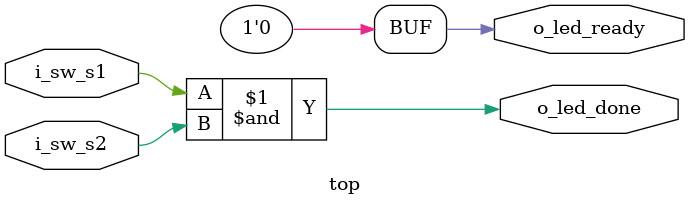
<source format=v>
`default_nettype none

module top (
    input   wire    i_sw_s1,
    input   wire    i_sw_s2,
    output  wire    o_led_done,
    output  wire    o_led_ready
    );

    assign  o_led_ready = 0;  // Switch off LED READY
    assign  o_led_done = i_sw_s1 & i_sw_s2;

   initial begin
      $dumpfile("../logs/04.vcd");
      $dumpvars(0, top);
   end

endmodule

</source>
